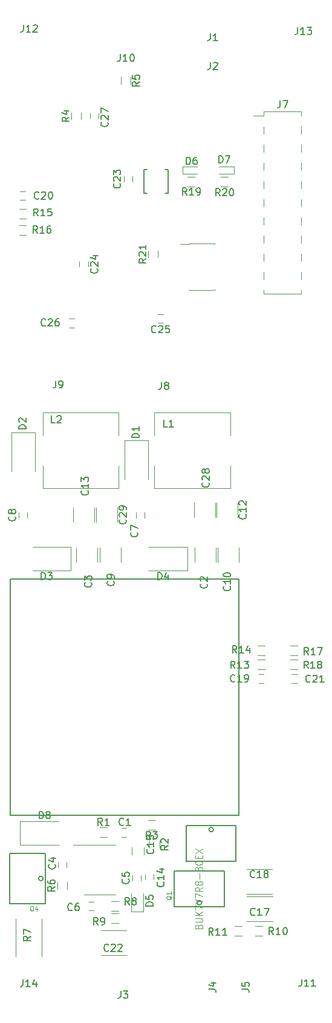
<source format=gbr>
G04 #@! TF.FileFunction,Legend,Top*
%FSLAX46Y46*%
G04 Gerber Fmt 4.6, Leading zero omitted, Abs format (unit mm)*
G04 Created by KiCad (PCBNEW 4.0.6) date 06/16/19 22:14:51*
%MOMM*%
%LPD*%
G01*
G04 APERTURE LIST*
%ADD10C,0.100000*%
%ADD11C,0.120000*%
%ADD12C,0.127000*%
%ADD13C,0.152400*%
%ADD14C,0.150000*%
%ADD15C,0.050000*%
G04 APERTURE END LIST*
D10*
D11*
X85100000Y-157320000D02*
X86100000Y-157320000D01*
X86100000Y-158680000D02*
X85100000Y-158680000D01*
X58700000Y-148400000D02*
X58700000Y-149100000D01*
X57500000Y-149100000D02*
X57500000Y-148400000D01*
X66400000Y-143600000D02*
X67100000Y-143600000D01*
X67100000Y-144800000D02*
X66400000Y-144800000D01*
X61800000Y-153900000D02*
X62500000Y-153900000D01*
X62500000Y-155100000D02*
X61800000Y-155100000D01*
X69600000Y-99500000D02*
X69600000Y-100200000D01*
X68400000Y-100200000D02*
X68400000Y-99500000D01*
X53200000Y-99500000D02*
X53200000Y-100200000D01*
X52000000Y-100200000D02*
X52000000Y-99500000D01*
X70900000Y-150100000D02*
X70900000Y-150800000D01*
X69700000Y-150800000D02*
X69700000Y-150100000D01*
X67850000Y-146300000D02*
X67850000Y-147300000D01*
X69550000Y-147300000D02*
X69550000Y-146300000D01*
X83950000Y-156580000D02*
X87550000Y-156580000D01*
X87550000Y-153120000D02*
X83950000Y-153120000D01*
X83900000Y-152830000D02*
X87500000Y-152830000D01*
X87500000Y-149370000D02*
X83900000Y-149370000D01*
X85600000Y-122100000D02*
X86300000Y-122100000D01*
X86300000Y-123300000D02*
X85600000Y-123300000D01*
X52200000Y-54600000D02*
X52900000Y-54600000D01*
X52900000Y-55800000D02*
X52200000Y-55800000D01*
X90200000Y-122100000D02*
X90900000Y-122100000D01*
X90900000Y-123300000D02*
X90200000Y-123300000D01*
X67750000Y-155250000D02*
X69450000Y-155250000D01*
X69450000Y-155250000D02*
X69450000Y-152700000D01*
X67750000Y-155250000D02*
X67750000Y-152700000D01*
X74900000Y-51100000D02*
X74900000Y-52100000D01*
X74900000Y-52100000D02*
X77000000Y-52100000D01*
X74900000Y-51100000D02*
X77000000Y-51100000D01*
X82100000Y-52100000D02*
X82100000Y-51100000D01*
X82100000Y-51100000D02*
X80000000Y-51100000D01*
X82100000Y-52100000D02*
X80000000Y-52100000D01*
X75885000Y-61905000D02*
X79415000Y-61905000D01*
X75885000Y-68375000D02*
X79415000Y-68375000D01*
X74560000Y-61970000D02*
X75885000Y-61970000D01*
X75885000Y-61905000D02*
X75885000Y-61970000D01*
X79415000Y-61905000D02*
X79415000Y-61970000D01*
X75885000Y-68310000D02*
X75885000Y-68375000D01*
X79415000Y-68310000D02*
X79415000Y-68375000D01*
D12*
X82430000Y-143200000D02*
X82430000Y-148200000D01*
X82430000Y-148200000D02*
X75430000Y-148200000D01*
X75430000Y-148200000D02*
X75430000Y-143200000D01*
X75430000Y-143200000D02*
X82430000Y-143200000D01*
X79247500Y-143795000D02*
G75*
G03X79247500Y-143795000I-317500J0D01*
G01*
D11*
X64350000Y-144880000D02*
X63350000Y-144880000D01*
X63350000Y-143520000D02*
X64350000Y-143520000D01*
X57420000Y-152100000D02*
X57420000Y-151100000D01*
X58780000Y-151100000D02*
X58780000Y-152100000D01*
X51580000Y-161500000D02*
X51580000Y-156300000D01*
X55220000Y-156300000D02*
X55220000Y-161500000D01*
X64950000Y-153820000D02*
X65950000Y-153820000D01*
X65950000Y-155180000D02*
X64950000Y-155180000D01*
X64950000Y-155520000D02*
X65950000Y-155520000D01*
X65950000Y-156880000D02*
X64950000Y-156880000D01*
X82200000Y-157320000D02*
X83200000Y-157320000D01*
X83200000Y-158680000D02*
X82200000Y-158680000D01*
X85450000Y-120020000D02*
X86450000Y-120020000D01*
X86450000Y-121380000D02*
X85450000Y-121380000D01*
X86450000Y-119480000D02*
X85450000Y-119480000D01*
X85450000Y-118120000D02*
X86450000Y-118120000D01*
X53050000Y-58380000D02*
X52050000Y-58380000D01*
X52050000Y-57020000D02*
X53050000Y-57020000D01*
X53050000Y-60680000D02*
X52050000Y-60680000D01*
X52050000Y-59320000D02*
X53050000Y-59320000D01*
X91050000Y-119480000D02*
X90050000Y-119480000D01*
X90050000Y-118120000D02*
X91050000Y-118120000D01*
X90050000Y-120020000D02*
X91050000Y-120020000D01*
X91050000Y-121380000D02*
X90050000Y-121380000D01*
X75650000Y-52520000D02*
X76650000Y-52520000D01*
X76650000Y-53880000D02*
X75650000Y-53880000D01*
X81250000Y-53880000D02*
X80250000Y-53880000D01*
X80250000Y-52520000D02*
X81250000Y-52520000D01*
X61120000Y-152870000D02*
X65580000Y-152870000D01*
X59600000Y-145970000D02*
X65580000Y-145970000D01*
D13*
X69955400Y-51523600D02*
X69523600Y-51523600D01*
X72444600Y-54876400D02*
X72876400Y-54876400D01*
X72876400Y-54876400D02*
X72876400Y-51523600D01*
X72876400Y-51523600D02*
X72444600Y-51523600D01*
X69523600Y-51523600D02*
X69523600Y-54876400D01*
X69523600Y-54876400D02*
X69955400Y-54876400D01*
D11*
X67100000Y-157870000D02*
X63500000Y-157870000D01*
X63500000Y-161330000D02*
X67100000Y-161330000D01*
X67900000Y-52500000D02*
X67900000Y-53200000D01*
X66700000Y-53200000D02*
X66700000Y-52500000D01*
X71480000Y-62850000D02*
X71480000Y-63850000D01*
X70120000Y-63850000D02*
X70120000Y-62850000D01*
X60500000Y-65100000D02*
X60500000Y-64400000D01*
X61700000Y-64400000D02*
X61700000Y-65100000D01*
X71500000Y-71800000D02*
X72200000Y-71800000D01*
X72200000Y-73000000D02*
X71500000Y-73000000D01*
X59750000Y-73600000D02*
X59050000Y-73600000D01*
X59050000Y-72400000D02*
X59750000Y-72400000D01*
X60730000Y-43550000D02*
X60730000Y-44550000D01*
X59370000Y-44550000D02*
X59370000Y-43550000D01*
X63150000Y-43650000D02*
X63150000Y-44350000D01*
X61950000Y-44350000D02*
X61950000Y-43650000D01*
X66320000Y-39600000D02*
X66320000Y-38600000D01*
X67680000Y-38600000D02*
X67680000Y-39600000D01*
X76620000Y-104400000D02*
X76620000Y-106400000D01*
X79580000Y-106400000D02*
X79580000Y-104400000D01*
X60020000Y-104400000D02*
X60020000Y-106400000D01*
X62980000Y-106400000D02*
X62980000Y-104400000D01*
X63320000Y-104400000D02*
X63320000Y-106400000D01*
X66280000Y-106400000D02*
X66280000Y-104400000D01*
X79820000Y-104400000D02*
X79820000Y-106400000D01*
X82780000Y-106400000D02*
X82780000Y-104400000D01*
X81600000Y-92900000D02*
X81600000Y-96100000D01*
X81600000Y-96100000D02*
X71000000Y-96100000D01*
X71000000Y-96100000D02*
X71000000Y-92900000D01*
X71000000Y-88700000D02*
X71000000Y-85500000D01*
X71000000Y-85500000D02*
X81600000Y-85500000D01*
X81600000Y-85500000D02*
X81600000Y-88700000D01*
X65950000Y-92900000D02*
X65950000Y-96100000D01*
X65950000Y-96100000D02*
X55350000Y-96100000D01*
X55350000Y-96100000D02*
X55350000Y-92900000D01*
X55350000Y-88700000D02*
X55350000Y-85500000D01*
X55350000Y-85500000D02*
X65950000Y-85500000D01*
X65950000Y-85500000D02*
X65950000Y-88700000D01*
X70150000Y-89400000D02*
X66850000Y-89400000D01*
X66850000Y-89400000D02*
X66850000Y-94800000D01*
X70150000Y-89400000D02*
X70150000Y-94800000D01*
X54250000Y-88300000D02*
X50950000Y-88300000D01*
X50950000Y-88300000D02*
X50950000Y-93700000D01*
X54250000Y-88300000D02*
X54250000Y-93700000D01*
X59300000Y-107550000D02*
X59300000Y-104250000D01*
X59300000Y-104250000D02*
X53900000Y-104250000D01*
X59300000Y-107550000D02*
X53900000Y-107550000D01*
X75600000Y-107550000D02*
X75600000Y-104250000D01*
X75600000Y-104250000D02*
X70200000Y-104250000D01*
X75600000Y-107550000D02*
X70200000Y-107550000D01*
X82630000Y-100100000D02*
X82630000Y-98100000D01*
X79670000Y-98100000D02*
X79670000Y-100100000D01*
X62580000Y-100800000D02*
X62580000Y-98800000D01*
X59620000Y-98800000D02*
X59620000Y-100800000D01*
X79480000Y-100100000D02*
X79480000Y-98100000D01*
X76520000Y-98100000D02*
X76520000Y-100100000D01*
X65830000Y-100800000D02*
X65830000Y-98800000D01*
X62870000Y-98800000D02*
X62870000Y-100800000D01*
X52200000Y-142650000D02*
X52200000Y-145950000D01*
X52200000Y-145950000D02*
X57600000Y-145950000D01*
X52200000Y-142650000D02*
X57600000Y-142650000D01*
D12*
X55700000Y-154130000D02*
X50700000Y-154130000D01*
X50700000Y-154130000D02*
X50700000Y-147130000D01*
X50700000Y-147130000D02*
X55700000Y-147130000D01*
X55700000Y-147130000D02*
X55700000Y-154130000D01*
X55422500Y-150630000D02*
G75*
G03X55422500Y-150630000I-317500J0D01*
G01*
D11*
X70320000Y-146350000D02*
X70320000Y-145350000D01*
X71680000Y-145350000D02*
X71680000Y-146350000D01*
X69100000Y-150200000D02*
X69100000Y-150900000D01*
X67900000Y-150900000D02*
X67900000Y-150200000D01*
X86325000Y-43410000D02*
X91525000Y-43410000D01*
X86325000Y-68930000D02*
X91525000Y-68930000D01*
X84885000Y-43980000D02*
X86325000Y-43980000D01*
X86325000Y-43410000D02*
X86325000Y-43980000D01*
X91525000Y-43410000D02*
X91525000Y-43980000D01*
X86325000Y-68360000D02*
X86325000Y-68930000D01*
X91525000Y-68360000D02*
X91525000Y-68930000D01*
X86325000Y-45500000D02*
X86325000Y-46520000D01*
X91525000Y-45500000D02*
X91525000Y-46520000D01*
X86325000Y-48040000D02*
X86325000Y-49060000D01*
X91525000Y-48040000D02*
X91525000Y-49060000D01*
X86325000Y-50580000D02*
X86325000Y-51600000D01*
X91525000Y-50580000D02*
X91525000Y-51600000D01*
X86325000Y-53120000D02*
X86325000Y-54140000D01*
X91525000Y-53120000D02*
X91525000Y-54140000D01*
X86325000Y-55660000D02*
X86325000Y-56680000D01*
X91525000Y-55660000D02*
X91525000Y-56680000D01*
X86325000Y-58200000D02*
X86325000Y-59220000D01*
X91525000Y-58200000D02*
X91525000Y-59220000D01*
X86325000Y-60740000D02*
X86325000Y-61760000D01*
X91525000Y-60740000D02*
X91525000Y-61760000D01*
X86325000Y-63280000D02*
X86325000Y-64300000D01*
X91525000Y-63280000D02*
X91525000Y-64300000D01*
X86325000Y-65820000D02*
X86325000Y-66840000D01*
X91525000Y-65820000D02*
X91525000Y-66840000D01*
D12*
X73750000Y-154600000D02*
X73750000Y-149600000D01*
X73750000Y-149600000D02*
X80750000Y-149600000D01*
X80750000Y-149600000D02*
X80750000Y-154600000D01*
X80750000Y-154600000D02*
X73750000Y-154600000D01*
X77567500Y-154005000D02*
G75*
G03X77567500Y-154005000I-317500J0D01*
G01*
D14*
X50800000Y-108800000D02*
X50800000Y-141800000D01*
X82800000Y-108800000D02*
X50800000Y-108800000D01*
X82800000Y-141800000D02*
X82800000Y-108800000D01*
X50800000Y-141800000D02*
X82800000Y-141800000D01*
D11*
X70100000Y-142470000D02*
X71100000Y-142470000D01*
X71100000Y-143830000D02*
X70100000Y-143830000D01*
D14*
X87657143Y-158452381D02*
X87323809Y-157976190D01*
X87085714Y-158452381D02*
X87085714Y-157452381D01*
X87466667Y-157452381D01*
X87561905Y-157500000D01*
X87609524Y-157547619D01*
X87657143Y-157642857D01*
X87657143Y-157785714D01*
X87609524Y-157880952D01*
X87561905Y-157928571D01*
X87466667Y-157976190D01*
X87085714Y-157976190D01*
X88609524Y-158452381D02*
X88038095Y-158452381D01*
X88323809Y-158452381D02*
X88323809Y-157452381D01*
X88228571Y-157595238D01*
X88133333Y-157690476D01*
X88038095Y-157738095D01*
X89228571Y-157452381D02*
X89323810Y-157452381D01*
X89419048Y-157500000D01*
X89466667Y-157547619D01*
X89514286Y-157642857D01*
X89561905Y-157833333D01*
X89561905Y-158071429D01*
X89514286Y-158261905D01*
X89466667Y-158357143D01*
X89419048Y-158404762D01*
X89323810Y-158452381D01*
X89228571Y-158452381D01*
X89133333Y-158404762D01*
X89085714Y-158357143D01*
X89038095Y-158261905D01*
X88990476Y-158071429D01*
X88990476Y-157833333D01*
X89038095Y-157642857D01*
X89085714Y-157547619D01*
X89133333Y-157500000D01*
X89228571Y-157452381D01*
X57057143Y-148666666D02*
X57104762Y-148714285D01*
X57152381Y-148857142D01*
X57152381Y-148952380D01*
X57104762Y-149095238D01*
X57009524Y-149190476D01*
X56914286Y-149238095D01*
X56723810Y-149285714D01*
X56580952Y-149285714D01*
X56390476Y-149238095D01*
X56295238Y-149190476D01*
X56200000Y-149095238D01*
X56152381Y-148952380D01*
X56152381Y-148857142D01*
X56200000Y-148714285D01*
X56247619Y-148666666D01*
X56485714Y-147809523D02*
X57152381Y-147809523D01*
X56104762Y-148047619D02*
X56819048Y-148285714D01*
X56819048Y-147666666D01*
X66683334Y-143107143D02*
X66635715Y-143154762D01*
X66492858Y-143202381D01*
X66397620Y-143202381D01*
X66254762Y-143154762D01*
X66159524Y-143059524D01*
X66111905Y-142964286D01*
X66064286Y-142773810D01*
X66064286Y-142630952D01*
X66111905Y-142440476D01*
X66159524Y-142345238D01*
X66254762Y-142250000D01*
X66397620Y-142202381D01*
X66492858Y-142202381D01*
X66635715Y-142250000D01*
X66683334Y-142297619D01*
X67635715Y-143202381D02*
X67064286Y-143202381D01*
X67350000Y-143202381D02*
X67350000Y-142202381D01*
X67254762Y-142345238D01*
X67159524Y-142440476D01*
X67064286Y-142488095D01*
X59483334Y-155007143D02*
X59435715Y-155054762D01*
X59292858Y-155102381D01*
X59197620Y-155102381D01*
X59054762Y-155054762D01*
X58959524Y-154959524D01*
X58911905Y-154864286D01*
X58864286Y-154673810D01*
X58864286Y-154530952D01*
X58911905Y-154340476D01*
X58959524Y-154245238D01*
X59054762Y-154150000D01*
X59197620Y-154102381D01*
X59292858Y-154102381D01*
X59435715Y-154150000D01*
X59483334Y-154197619D01*
X60340477Y-154102381D02*
X60150000Y-154102381D01*
X60054762Y-154150000D01*
X60007143Y-154197619D01*
X59911905Y-154340476D01*
X59864286Y-154530952D01*
X59864286Y-154911905D01*
X59911905Y-155007143D01*
X59959524Y-155054762D01*
X60054762Y-155102381D01*
X60245239Y-155102381D01*
X60340477Y-155054762D01*
X60388096Y-155007143D01*
X60435715Y-154911905D01*
X60435715Y-154673810D01*
X60388096Y-154578571D01*
X60340477Y-154530952D01*
X60245239Y-154483333D01*
X60054762Y-154483333D01*
X59959524Y-154530952D01*
X59911905Y-154578571D01*
X59864286Y-154673810D01*
X68557143Y-102241666D02*
X68604762Y-102289285D01*
X68652381Y-102432142D01*
X68652381Y-102527380D01*
X68604762Y-102670238D01*
X68509524Y-102765476D01*
X68414286Y-102813095D01*
X68223810Y-102860714D01*
X68080952Y-102860714D01*
X67890476Y-102813095D01*
X67795238Y-102765476D01*
X67700000Y-102670238D01*
X67652381Y-102527380D01*
X67652381Y-102432142D01*
X67700000Y-102289285D01*
X67747619Y-102241666D01*
X67652381Y-101908333D02*
X67652381Y-101241666D01*
X68652381Y-101670238D01*
X51457143Y-100016666D02*
X51504762Y-100064285D01*
X51552381Y-100207142D01*
X51552381Y-100302380D01*
X51504762Y-100445238D01*
X51409524Y-100540476D01*
X51314286Y-100588095D01*
X51123810Y-100635714D01*
X50980952Y-100635714D01*
X50790476Y-100588095D01*
X50695238Y-100540476D01*
X50600000Y-100445238D01*
X50552381Y-100302380D01*
X50552381Y-100207142D01*
X50600000Y-100064285D01*
X50647619Y-100016666D01*
X50980952Y-99445238D02*
X50933333Y-99540476D01*
X50885714Y-99588095D01*
X50790476Y-99635714D01*
X50742857Y-99635714D01*
X50647619Y-99588095D01*
X50600000Y-99540476D01*
X50552381Y-99445238D01*
X50552381Y-99254761D01*
X50600000Y-99159523D01*
X50647619Y-99111904D01*
X50742857Y-99064285D01*
X50790476Y-99064285D01*
X50885714Y-99111904D01*
X50933333Y-99159523D01*
X50980952Y-99254761D01*
X50980952Y-99445238D01*
X51028571Y-99540476D01*
X51076190Y-99588095D01*
X51171429Y-99635714D01*
X51361905Y-99635714D01*
X51457143Y-99588095D01*
X51504762Y-99540476D01*
X51552381Y-99445238D01*
X51552381Y-99254761D01*
X51504762Y-99159523D01*
X51457143Y-99111904D01*
X51361905Y-99064285D01*
X51171429Y-99064285D01*
X51076190Y-99111904D01*
X51028571Y-99159523D01*
X50980952Y-99254761D01*
X72257143Y-151142857D02*
X72304762Y-151190476D01*
X72352381Y-151333333D01*
X72352381Y-151428571D01*
X72304762Y-151571429D01*
X72209524Y-151666667D01*
X72114286Y-151714286D01*
X71923810Y-151761905D01*
X71780952Y-151761905D01*
X71590476Y-151714286D01*
X71495238Y-151666667D01*
X71400000Y-151571429D01*
X71352381Y-151428571D01*
X71352381Y-151333333D01*
X71400000Y-151190476D01*
X71447619Y-151142857D01*
X72352381Y-150190476D02*
X72352381Y-150761905D01*
X72352381Y-150476191D02*
X71352381Y-150476191D01*
X71495238Y-150571429D01*
X71590476Y-150666667D01*
X71638095Y-150761905D01*
X71685714Y-149333333D02*
X72352381Y-149333333D01*
X71304762Y-149571429D02*
X72019048Y-149809524D01*
X72019048Y-149190476D01*
X70807143Y-146542857D02*
X70854762Y-146590476D01*
X70902381Y-146733333D01*
X70902381Y-146828571D01*
X70854762Y-146971429D01*
X70759524Y-147066667D01*
X70664286Y-147114286D01*
X70473810Y-147161905D01*
X70330952Y-147161905D01*
X70140476Y-147114286D01*
X70045238Y-147066667D01*
X69950000Y-146971429D01*
X69902381Y-146828571D01*
X69902381Y-146733333D01*
X69950000Y-146590476D01*
X69997619Y-146542857D01*
X70902381Y-145590476D02*
X70902381Y-146161905D01*
X70902381Y-145876191D02*
X69902381Y-145876191D01*
X70045238Y-145971429D01*
X70140476Y-146066667D01*
X70188095Y-146161905D01*
X69902381Y-144685714D02*
X69902381Y-145161905D01*
X70378571Y-145209524D01*
X70330952Y-145161905D01*
X70283333Y-145066667D01*
X70283333Y-144828571D01*
X70330952Y-144733333D01*
X70378571Y-144685714D01*
X70473810Y-144638095D01*
X70711905Y-144638095D01*
X70807143Y-144685714D01*
X70854762Y-144733333D01*
X70902381Y-144828571D01*
X70902381Y-145066667D01*
X70854762Y-145161905D01*
X70807143Y-145209524D01*
X85057143Y-155707143D02*
X85009524Y-155754762D01*
X84866667Y-155802381D01*
X84771429Y-155802381D01*
X84628571Y-155754762D01*
X84533333Y-155659524D01*
X84485714Y-155564286D01*
X84438095Y-155373810D01*
X84438095Y-155230952D01*
X84485714Y-155040476D01*
X84533333Y-154945238D01*
X84628571Y-154850000D01*
X84771429Y-154802381D01*
X84866667Y-154802381D01*
X85009524Y-154850000D01*
X85057143Y-154897619D01*
X86009524Y-155802381D02*
X85438095Y-155802381D01*
X85723809Y-155802381D02*
X85723809Y-154802381D01*
X85628571Y-154945238D01*
X85533333Y-155040476D01*
X85438095Y-155088095D01*
X86342857Y-154802381D02*
X87009524Y-154802381D01*
X86580952Y-155802381D01*
X85007143Y-150407143D02*
X84959524Y-150454762D01*
X84816667Y-150502381D01*
X84721429Y-150502381D01*
X84578571Y-150454762D01*
X84483333Y-150359524D01*
X84435714Y-150264286D01*
X84388095Y-150073810D01*
X84388095Y-149930952D01*
X84435714Y-149740476D01*
X84483333Y-149645238D01*
X84578571Y-149550000D01*
X84721429Y-149502381D01*
X84816667Y-149502381D01*
X84959524Y-149550000D01*
X85007143Y-149597619D01*
X85959524Y-150502381D02*
X85388095Y-150502381D01*
X85673809Y-150502381D02*
X85673809Y-149502381D01*
X85578571Y-149645238D01*
X85483333Y-149740476D01*
X85388095Y-149788095D01*
X86530952Y-149930952D02*
X86435714Y-149883333D01*
X86388095Y-149835714D01*
X86340476Y-149740476D01*
X86340476Y-149692857D01*
X86388095Y-149597619D01*
X86435714Y-149550000D01*
X86530952Y-149502381D01*
X86721429Y-149502381D01*
X86816667Y-149550000D01*
X86864286Y-149597619D01*
X86911905Y-149692857D01*
X86911905Y-149740476D01*
X86864286Y-149835714D01*
X86816667Y-149883333D01*
X86721429Y-149930952D01*
X86530952Y-149930952D01*
X86435714Y-149978571D01*
X86388095Y-150026190D01*
X86340476Y-150121429D01*
X86340476Y-150311905D01*
X86388095Y-150407143D01*
X86435714Y-150454762D01*
X86530952Y-150502381D01*
X86721429Y-150502381D01*
X86816667Y-150454762D01*
X86864286Y-150407143D01*
X86911905Y-150311905D01*
X86911905Y-150121429D01*
X86864286Y-150026190D01*
X86816667Y-149978571D01*
X86721429Y-149930952D01*
X82257143Y-123057143D02*
X82209524Y-123104762D01*
X82066667Y-123152381D01*
X81971429Y-123152381D01*
X81828571Y-123104762D01*
X81733333Y-123009524D01*
X81685714Y-122914286D01*
X81638095Y-122723810D01*
X81638095Y-122580952D01*
X81685714Y-122390476D01*
X81733333Y-122295238D01*
X81828571Y-122200000D01*
X81971429Y-122152381D01*
X82066667Y-122152381D01*
X82209524Y-122200000D01*
X82257143Y-122247619D01*
X83209524Y-123152381D02*
X82638095Y-123152381D01*
X82923809Y-123152381D02*
X82923809Y-122152381D01*
X82828571Y-122295238D01*
X82733333Y-122390476D01*
X82638095Y-122438095D01*
X83685714Y-123152381D02*
X83876190Y-123152381D01*
X83971429Y-123104762D01*
X84019048Y-123057143D01*
X84114286Y-122914286D01*
X84161905Y-122723810D01*
X84161905Y-122342857D01*
X84114286Y-122247619D01*
X84066667Y-122200000D01*
X83971429Y-122152381D01*
X83780952Y-122152381D01*
X83685714Y-122200000D01*
X83638095Y-122247619D01*
X83590476Y-122342857D01*
X83590476Y-122580952D01*
X83638095Y-122676190D01*
X83685714Y-122723810D01*
X83780952Y-122771429D01*
X83971429Y-122771429D01*
X84066667Y-122723810D01*
X84114286Y-122676190D01*
X84161905Y-122580952D01*
X54807143Y-55557143D02*
X54759524Y-55604762D01*
X54616667Y-55652381D01*
X54521429Y-55652381D01*
X54378571Y-55604762D01*
X54283333Y-55509524D01*
X54235714Y-55414286D01*
X54188095Y-55223810D01*
X54188095Y-55080952D01*
X54235714Y-54890476D01*
X54283333Y-54795238D01*
X54378571Y-54700000D01*
X54521429Y-54652381D01*
X54616667Y-54652381D01*
X54759524Y-54700000D01*
X54807143Y-54747619D01*
X55188095Y-54747619D02*
X55235714Y-54700000D01*
X55330952Y-54652381D01*
X55569048Y-54652381D01*
X55664286Y-54700000D01*
X55711905Y-54747619D01*
X55759524Y-54842857D01*
X55759524Y-54938095D01*
X55711905Y-55080952D01*
X55140476Y-55652381D01*
X55759524Y-55652381D01*
X56378571Y-54652381D02*
X56473810Y-54652381D01*
X56569048Y-54700000D01*
X56616667Y-54747619D01*
X56664286Y-54842857D01*
X56711905Y-55033333D01*
X56711905Y-55271429D01*
X56664286Y-55461905D01*
X56616667Y-55557143D01*
X56569048Y-55604762D01*
X56473810Y-55652381D01*
X56378571Y-55652381D01*
X56283333Y-55604762D01*
X56235714Y-55557143D01*
X56188095Y-55461905D01*
X56140476Y-55271429D01*
X56140476Y-55033333D01*
X56188095Y-54842857D01*
X56235714Y-54747619D01*
X56283333Y-54700000D01*
X56378571Y-54652381D01*
X92807143Y-123107143D02*
X92759524Y-123154762D01*
X92616667Y-123202381D01*
X92521429Y-123202381D01*
X92378571Y-123154762D01*
X92283333Y-123059524D01*
X92235714Y-122964286D01*
X92188095Y-122773810D01*
X92188095Y-122630952D01*
X92235714Y-122440476D01*
X92283333Y-122345238D01*
X92378571Y-122250000D01*
X92521429Y-122202381D01*
X92616667Y-122202381D01*
X92759524Y-122250000D01*
X92807143Y-122297619D01*
X93188095Y-122297619D02*
X93235714Y-122250000D01*
X93330952Y-122202381D01*
X93569048Y-122202381D01*
X93664286Y-122250000D01*
X93711905Y-122297619D01*
X93759524Y-122392857D01*
X93759524Y-122488095D01*
X93711905Y-122630952D01*
X93140476Y-123202381D01*
X93759524Y-123202381D01*
X94711905Y-123202381D02*
X94140476Y-123202381D01*
X94426190Y-123202381D02*
X94426190Y-122202381D01*
X94330952Y-122345238D01*
X94235714Y-122440476D01*
X94140476Y-122488095D01*
X70802381Y-154488095D02*
X69802381Y-154488095D01*
X69802381Y-154250000D01*
X69850000Y-154107142D01*
X69945238Y-154011904D01*
X70040476Y-153964285D01*
X70230952Y-153916666D01*
X70373810Y-153916666D01*
X70564286Y-153964285D01*
X70659524Y-154011904D01*
X70754762Y-154107142D01*
X70802381Y-154250000D01*
X70802381Y-154488095D01*
X69802381Y-153011904D02*
X69802381Y-153488095D01*
X70278571Y-153535714D01*
X70230952Y-153488095D01*
X70183333Y-153392857D01*
X70183333Y-153154761D01*
X70230952Y-153059523D01*
X70278571Y-153011904D01*
X70373810Y-152964285D01*
X70611905Y-152964285D01*
X70707143Y-153011904D01*
X70754762Y-153059523D01*
X70802381Y-153154761D01*
X70802381Y-153392857D01*
X70754762Y-153488095D01*
X70707143Y-153535714D01*
X75461905Y-50802381D02*
X75461905Y-49802381D01*
X75700000Y-49802381D01*
X75842858Y-49850000D01*
X75938096Y-49945238D01*
X75985715Y-50040476D01*
X76033334Y-50230952D01*
X76033334Y-50373810D01*
X75985715Y-50564286D01*
X75938096Y-50659524D01*
X75842858Y-50754762D01*
X75700000Y-50802381D01*
X75461905Y-50802381D01*
X76890477Y-49802381D02*
X76700000Y-49802381D01*
X76604762Y-49850000D01*
X76557143Y-49897619D01*
X76461905Y-50040476D01*
X76414286Y-50230952D01*
X76414286Y-50611905D01*
X76461905Y-50707143D01*
X76509524Y-50754762D01*
X76604762Y-50802381D01*
X76795239Y-50802381D01*
X76890477Y-50754762D01*
X76938096Y-50707143D01*
X76985715Y-50611905D01*
X76985715Y-50373810D01*
X76938096Y-50278571D01*
X76890477Y-50230952D01*
X76795239Y-50183333D01*
X76604762Y-50183333D01*
X76509524Y-50230952D01*
X76461905Y-50278571D01*
X76414286Y-50373810D01*
X80011905Y-50602381D02*
X80011905Y-49602381D01*
X80250000Y-49602381D01*
X80392858Y-49650000D01*
X80488096Y-49745238D01*
X80535715Y-49840476D01*
X80583334Y-50030952D01*
X80583334Y-50173810D01*
X80535715Y-50364286D01*
X80488096Y-50459524D01*
X80392858Y-50554762D01*
X80250000Y-50602381D01*
X80011905Y-50602381D01*
X80916667Y-49602381D02*
X81583334Y-49602381D01*
X81154762Y-50602381D01*
X63683334Y-143202381D02*
X63350000Y-142726190D01*
X63111905Y-143202381D02*
X63111905Y-142202381D01*
X63492858Y-142202381D01*
X63588096Y-142250000D01*
X63635715Y-142297619D01*
X63683334Y-142392857D01*
X63683334Y-142535714D01*
X63635715Y-142630952D01*
X63588096Y-142678571D01*
X63492858Y-142726190D01*
X63111905Y-142726190D01*
X64635715Y-143202381D02*
X64064286Y-143202381D01*
X64350000Y-143202381D02*
X64350000Y-142202381D01*
X64254762Y-142345238D01*
X64159524Y-142440476D01*
X64064286Y-142488095D01*
X57052381Y-151766666D02*
X56576190Y-152100000D01*
X57052381Y-152338095D02*
X56052381Y-152338095D01*
X56052381Y-151957142D01*
X56100000Y-151861904D01*
X56147619Y-151814285D01*
X56242857Y-151766666D01*
X56385714Y-151766666D01*
X56480952Y-151814285D01*
X56528571Y-151861904D01*
X56576190Y-151957142D01*
X56576190Y-152338095D01*
X56052381Y-150909523D02*
X56052381Y-151100000D01*
X56100000Y-151195238D01*
X56147619Y-151242857D01*
X56290476Y-151338095D01*
X56480952Y-151385714D01*
X56861905Y-151385714D01*
X56957143Y-151338095D01*
X57004762Y-151290476D01*
X57052381Y-151195238D01*
X57052381Y-151004761D01*
X57004762Y-150909523D01*
X56957143Y-150861904D01*
X56861905Y-150814285D01*
X56623810Y-150814285D01*
X56528571Y-150861904D01*
X56480952Y-150909523D01*
X56433333Y-151004761D01*
X56433333Y-151195238D01*
X56480952Y-151290476D01*
X56528571Y-151338095D01*
X56623810Y-151385714D01*
X53652381Y-158716666D02*
X53176190Y-159050000D01*
X53652381Y-159288095D02*
X52652381Y-159288095D01*
X52652381Y-158907142D01*
X52700000Y-158811904D01*
X52747619Y-158764285D01*
X52842857Y-158716666D01*
X52985714Y-158716666D01*
X53080952Y-158764285D01*
X53128571Y-158811904D01*
X53176190Y-158907142D01*
X53176190Y-159288095D01*
X52652381Y-158383333D02*
X52652381Y-157716666D01*
X53652381Y-158145238D01*
X67483334Y-154302381D02*
X67150000Y-153826190D01*
X66911905Y-154302381D02*
X66911905Y-153302381D01*
X67292858Y-153302381D01*
X67388096Y-153350000D01*
X67435715Y-153397619D01*
X67483334Y-153492857D01*
X67483334Y-153635714D01*
X67435715Y-153730952D01*
X67388096Y-153778571D01*
X67292858Y-153826190D01*
X66911905Y-153826190D01*
X68054762Y-153730952D02*
X67959524Y-153683333D01*
X67911905Y-153635714D01*
X67864286Y-153540476D01*
X67864286Y-153492857D01*
X67911905Y-153397619D01*
X67959524Y-153350000D01*
X68054762Y-153302381D01*
X68245239Y-153302381D01*
X68340477Y-153350000D01*
X68388096Y-153397619D01*
X68435715Y-153492857D01*
X68435715Y-153540476D01*
X68388096Y-153635714D01*
X68340477Y-153683333D01*
X68245239Y-153730952D01*
X68054762Y-153730952D01*
X67959524Y-153778571D01*
X67911905Y-153826190D01*
X67864286Y-153921429D01*
X67864286Y-154111905D01*
X67911905Y-154207143D01*
X67959524Y-154254762D01*
X68054762Y-154302381D01*
X68245239Y-154302381D01*
X68340477Y-154254762D01*
X68388096Y-154207143D01*
X68435715Y-154111905D01*
X68435715Y-153921429D01*
X68388096Y-153826190D01*
X68340477Y-153778571D01*
X68245239Y-153730952D01*
X63083334Y-157102381D02*
X62750000Y-156626190D01*
X62511905Y-157102381D02*
X62511905Y-156102381D01*
X62892858Y-156102381D01*
X62988096Y-156150000D01*
X63035715Y-156197619D01*
X63083334Y-156292857D01*
X63083334Y-156435714D01*
X63035715Y-156530952D01*
X62988096Y-156578571D01*
X62892858Y-156626190D01*
X62511905Y-156626190D01*
X63559524Y-157102381D02*
X63750000Y-157102381D01*
X63845239Y-157054762D01*
X63892858Y-157007143D01*
X63988096Y-156864286D01*
X64035715Y-156673810D01*
X64035715Y-156292857D01*
X63988096Y-156197619D01*
X63940477Y-156150000D01*
X63845239Y-156102381D01*
X63654762Y-156102381D01*
X63559524Y-156150000D01*
X63511905Y-156197619D01*
X63464286Y-156292857D01*
X63464286Y-156530952D01*
X63511905Y-156626190D01*
X63559524Y-156673810D01*
X63654762Y-156721429D01*
X63845239Y-156721429D01*
X63940477Y-156673810D01*
X63988096Y-156626190D01*
X64035715Y-156530952D01*
X79207143Y-158552381D02*
X78873809Y-158076190D01*
X78635714Y-158552381D02*
X78635714Y-157552381D01*
X79016667Y-157552381D01*
X79111905Y-157600000D01*
X79159524Y-157647619D01*
X79207143Y-157742857D01*
X79207143Y-157885714D01*
X79159524Y-157980952D01*
X79111905Y-158028571D01*
X79016667Y-158076190D01*
X78635714Y-158076190D01*
X80159524Y-158552381D02*
X79588095Y-158552381D01*
X79873809Y-158552381D02*
X79873809Y-157552381D01*
X79778571Y-157695238D01*
X79683333Y-157790476D01*
X79588095Y-157838095D01*
X81111905Y-158552381D02*
X80540476Y-158552381D01*
X80826190Y-158552381D02*
X80826190Y-157552381D01*
X80730952Y-157695238D01*
X80635714Y-157790476D01*
X80540476Y-157838095D01*
X82257143Y-121252381D02*
X81923809Y-120776190D01*
X81685714Y-121252381D02*
X81685714Y-120252381D01*
X82066667Y-120252381D01*
X82161905Y-120300000D01*
X82209524Y-120347619D01*
X82257143Y-120442857D01*
X82257143Y-120585714D01*
X82209524Y-120680952D01*
X82161905Y-120728571D01*
X82066667Y-120776190D01*
X81685714Y-120776190D01*
X83209524Y-121252381D02*
X82638095Y-121252381D01*
X82923809Y-121252381D02*
X82923809Y-120252381D01*
X82828571Y-120395238D01*
X82733333Y-120490476D01*
X82638095Y-120538095D01*
X83542857Y-120252381D02*
X84161905Y-120252381D01*
X83828571Y-120633333D01*
X83971429Y-120633333D01*
X84066667Y-120680952D01*
X84114286Y-120728571D01*
X84161905Y-120823810D01*
X84161905Y-121061905D01*
X84114286Y-121157143D01*
X84066667Y-121204762D01*
X83971429Y-121252381D01*
X83685714Y-121252381D01*
X83590476Y-121204762D01*
X83542857Y-121157143D01*
X82507143Y-119102381D02*
X82173809Y-118626190D01*
X81935714Y-119102381D02*
X81935714Y-118102381D01*
X82316667Y-118102381D01*
X82411905Y-118150000D01*
X82459524Y-118197619D01*
X82507143Y-118292857D01*
X82507143Y-118435714D01*
X82459524Y-118530952D01*
X82411905Y-118578571D01*
X82316667Y-118626190D01*
X81935714Y-118626190D01*
X83459524Y-119102381D02*
X82888095Y-119102381D01*
X83173809Y-119102381D02*
X83173809Y-118102381D01*
X83078571Y-118245238D01*
X82983333Y-118340476D01*
X82888095Y-118388095D01*
X84316667Y-118435714D02*
X84316667Y-119102381D01*
X84078571Y-118054762D02*
X83840476Y-118769048D01*
X84459524Y-118769048D01*
X54707143Y-58002381D02*
X54373809Y-57526190D01*
X54135714Y-58002381D02*
X54135714Y-57002381D01*
X54516667Y-57002381D01*
X54611905Y-57050000D01*
X54659524Y-57097619D01*
X54707143Y-57192857D01*
X54707143Y-57335714D01*
X54659524Y-57430952D01*
X54611905Y-57478571D01*
X54516667Y-57526190D01*
X54135714Y-57526190D01*
X55659524Y-58002381D02*
X55088095Y-58002381D01*
X55373809Y-58002381D02*
X55373809Y-57002381D01*
X55278571Y-57145238D01*
X55183333Y-57240476D01*
X55088095Y-57288095D01*
X56564286Y-57002381D02*
X56088095Y-57002381D01*
X56040476Y-57478571D01*
X56088095Y-57430952D01*
X56183333Y-57383333D01*
X56421429Y-57383333D01*
X56516667Y-57430952D01*
X56564286Y-57478571D01*
X56611905Y-57573810D01*
X56611905Y-57811905D01*
X56564286Y-57907143D01*
X56516667Y-57954762D01*
X56421429Y-58002381D01*
X56183333Y-58002381D01*
X56088095Y-57954762D01*
X56040476Y-57907143D01*
X54607143Y-60402381D02*
X54273809Y-59926190D01*
X54035714Y-60402381D02*
X54035714Y-59402381D01*
X54416667Y-59402381D01*
X54511905Y-59450000D01*
X54559524Y-59497619D01*
X54607143Y-59592857D01*
X54607143Y-59735714D01*
X54559524Y-59830952D01*
X54511905Y-59878571D01*
X54416667Y-59926190D01*
X54035714Y-59926190D01*
X55559524Y-60402381D02*
X54988095Y-60402381D01*
X55273809Y-60402381D02*
X55273809Y-59402381D01*
X55178571Y-59545238D01*
X55083333Y-59640476D01*
X54988095Y-59688095D01*
X56416667Y-59402381D02*
X56226190Y-59402381D01*
X56130952Y-59450000D01*
X56083333Y-59497619D01*
X55988095Y-59640476D01*
X55940476Y-59830952D01*
X55940476Y-60211905D01*
X55988095Y-60307143D01*
X56035714Y-60354762D01*
X56130952Y-60402381D01*
X56321429Y-60402381D01*
X56416667Y-60354762D01*
X56464286Y-60307143D01*
X56511905Y-60211905D01*
X56511905Y-59973810D01*
X56464286Y-59878571D01*
X56416667Y-59830952D01*
X56321429Y-59783333D01*
X56130952Y-59783333D01*
X56035714Y-59830952D01*
X55988095Y-59878571D01*
X55940476Y-59973810D01*
X92557143Y-119352381D02*
X92223809Y-118876190D01*
X91985714Y-119352381D02*
X91985714Y-118352381D01*
X92366667Y-118352381D01*
X92461905Y-118400000D01*
X92509524Y-118447619D01*
X92557143Y-118542857D01*
X92557143Y-118685714D01*
X92509524Y-118780952D01*
X92461905Y-118828571D01*
X92366667Y-118876190D01*
X91985714Y-118876190D01*
X93509524Y-119352381D02*
X92938095Y-119352381D01*
X93223809Y-119352381D02*
X93223809Y-118352381D01*
X93128571Y-118495238D01*
X93033333Y-118590476D01*
X92938095Y-118638095D01*
X93842857Y-118352381D02*
X94509524Y-118352381D01*
X94080952Y-119352381D01*
X92507143Y-121252381D02*
X92173809Y-120776190D01*
X91935714Y-121252381D02*
X91935714Y-120252381D01*
X92316667Y-120252381D01*
X92411905Y-120300000D01*
X92459524Y-120347619D01*
X92507143Y-120442857D01*
X92507143Y-120585714D01*
X92459524Y-120680952D01*
X92411905Y-120728571D01*
X92316667Y-120776190D01*
X91935714Y-120776190D01*
X93459524Y-121252381D02*
X92888095Y-121252381D01*
X93173809Y-121252381D02*
X93173809Y-120252381D01*
X93078571Y-120395238D01*
X92983333Y-120490476D01*
X92888095Y-120538095D01*
X94030952Y-120680952D02*
X93935714Y-120633333D01*
X93888095Y-120585714D01*
X93840476Y-120490476D01*
X93840476Y-120442857D01*
X93888095Y-120347619D01*
X93935714Y-120300000D01*
X94030952Y-120252381D01*
X94221429Y-120252381D01*
X94316667Y-120300000D01*
X94364286Y-120347619D01*
X94411905Y-120442857D01*
X94411905Y-120490476D01*
X94364286Y-120585714D01*
X94316667Y-120633333D01*
X94221429Y-120680952D01*
X94030952Y-120680952D01*
X93935714Y-120728571D01*
X93888095Y-120776190D01*
X93840476Y-120871429D01*
X93840476Y-121061905D01*
X93888095Y-121157143D01*
X93935714Y-121204762D01*
X94030952Y-121252381D01*
X94221429Y-121252381D01*
X94316667Y-121204762D01*
X94364286Y-121157143D01*
X94411905Y-121061905D01*
X94411905Y-120871429D01*
X94364286Y-120776190D01*
X94316667Y-120728571D01*
X94221429Y-120680952D01*
X75507143Y-55102381D02*
X75173809Y-54626190D01*
X74935714Y-55102381D02*
X74935714Y-54102381D01*
X75316667Y-54102381D01*
X75411905Y-54150000D01*
X75459524Y-54197619D01*
X75507143Y-54292857D01*
X75507143Y-54435714D01*
X75459524Y-54530952D01*
X75411905Y-54578571D01*
X75316667Y-54626190D01*
X74935714Y-54626190D01*
X76459524Y-55102381D02*
X75888095Y-55102381D01*
X76173809Y-55102381D02*
X76173809Y-54102381D01*
X76078571Y-54245238D01*
X75983333Y-54340476D01*
X75888095Y-54388095D01*
X76935714Y-55102381D02*
X77126190Y-55102381D01*
X77221429Y-55054762D01*
X77269048Y-55007143D01*
X77364286Y-54864286D01*
X77411905Y-54673810D01*
X77411905Y-54292857D01*
X77364286Y-54197619D01*
X77316667Y-54150000D01*
X77221429Y-54102381D01*
X77030952Y-54102381D01*
X76935714Y-54150000D01*
X76888095Y-54197619D01*
X76840476Y-54292857D01*
X76840476Y-54530952D01*
X76888095Y-54626190D01*
X76935714Y-54673810D01*
X77030952Y-54721429D01*
X77221429Y-54721429D01*
X77316667Y-54673810D01*
X77364286Y-54626190D01*
X77411905Y-54530952D01*
X80157143Y-55202381D02*
X79823809Y-54726190D01*
X79585714Y-55202381D02*
X79585714Y-54202381D01*
X79966667Y-54202381D01*
X80061905Y-54250000D01*
X80109524Y-54297619D01*
X80157143Y-54392857D01*
X80157143Y-54535714D01*
X80109524Y-54630952D01*
X80061905Y-54678571D01*
X79966667Y-54726190D01*
X79585714Y-54726190D01*
X80538095Y-54297619D02*
X80585714Y-54250000D01*
X80680952Y-54202381D01*
X80919048Y-54202381D01*
X81014286Y-54250000D01*
X81061905Y-54297619D01*
X81109524Y-54392857D01*
X81109524Y-54488095D01*
X81061905Y-54630952D01*
X80490476Y-55202381D01*
X81109524Y-55202381D01*
X81728571Y-54202381D02*
X81823810Y-54202381D01*
X81919048Y-54250000D01*
X81966667Y-54297619D01*
X82014286Y-54392857D01*
X82061905Y-54583333D01*
X82061905Y-54821429D01*
X82014286Y-55011905D01*
X81966667Y-55107143D01*
X81919048Y-55154762D01*
X81823810Y-55202381D01*
X81728571Y-55202381D01*
X81633333Y-55154762D01*
X81585714Y-55107143D01*
X81538095Y-55011905D01*
X81490476Y-54821429D01*
X81490476Y-54583333D01*
X81538095Y-54392857D01*
X81585714Y-54297619D01*
X81633333Y-54250000D01*
X81728571Y-54202381D01*
X64557143Y-160707143D02*
X64509524Y-160754762D01*
X64366667Y-160802381D01*
X64271429Y-160802381D01*
X64128571Y-160754762D01*
X64033333Y-160659524D01*
X63985714Y-160564286D01*
X63938095Y-160373810D01*
X63938095Y-160230952D01*
X63985714Y-160040476D01*
X64033333Y-159945238D01*
X64128571Y-159850000D01*
X64271429Y-159802381D01*
X64366667Y-159802381D01*
X64509524Y-159850000D01*
X64557143Y-159897619D01*
X64938095Y-159897619D02*
X64985714Y-159850000D01*
X65080952Y-159802381D01*
X65319048Y-159802381D01*
X65414286Y-159850000D01*
X65461905Y-159897619D01*
X65509524Y-159992857D01*
X65509524Y-160088095D01*
X65461905Y-160230952D01*
X64890476Y-160802381D01*
X65509524Y-160802381D01*
X65890476Y-159897619D02*
X65938095Y-159850000D01*
X66033333Y-159802381D01*
X66271429Y-159802381D01*
X66366667Y-159850000D01*
X66414286Y-159897619D01*
X66461905Y-159992857D01*
X66461905Y-160088095D01*
X66414286Y-160230952D01*
X65842857Y-160802381D01*
X66461905Y-160802381D01*
X66157143Y-53492857D02*
X66204762Y-53540476D01*
X66252381Y-53683333D01*
X66252381Y-53778571D01*
X66204762Y-53921429D01*
X66109524Y-54016667D01*
X66014286Y-54064286D01*
X65823810Y-54111905D01*
X65680952Y-54111905D01*
X65490476Y-54064286D01*
X65395238Y-54016667D01*
X65300000Y-53921429D01*
X65252381Y-53778571D01*
X65252381Y-53683333D01*
X65300000Y-53540476D01*
X65347619Y-53492857D01*
X65347619Y-53111905D02*
X65300000Y-53064286D01*
X65252381Y-52969048D01*
X65252381Y-52730952D01*
X65300000Y-52635714D01*
X65347619Y-52588095D01*
X65442857Y-52540476D01*
X65538095Y-52540476D01*
X65680952Y-52588095D01*
X66252381Y-53159524D01*
X66252381Y-52540476D01*
X65252381Y-52207143D02*
X65252381Y-51588095D01*
X65633333Y-51921429D01*
X65633333Y-51778571D01*
X65680952Y-51683333D01*
X65728571Y-51635714D01*
X65823810Y-51588095D01*
X66061905Y-51588095D01*
X66157143Y-51635714D01*
X66204762Y-51683333D01*
X66252381Y-51778571D01*
X66252381Y-52064286D01*
X66204762Y-52159524D01*
X66157143Y-52207143D01*
X69802381Y-63992857D02*
X69326190Y-64326191D01*
X69802381Y-64564286D02*
X68802381Y-64564286D01*
X68802381Y-64183333D01*
X68850000Y-64088095D01*
X68897619Y-64040476D01*
X68992857Y-63992857D01*
X69135714Y-63992857D01*
X69230952Y-64040476D01*
X69278571Y-64088095D01*
X69326190Y-64183333D01*
X69326190Y-64564286D01*
X68897619Y-63611905D02*
X68850000Y-63564286D01*
X68802381Y-63469048D01*
X68802381Y-63230952D01*
X68850000Y-63135714D01*
X68897619Y-63088095D01*
X68992857Y-63040476D01*
X69088095Y-63040476D01*
X69230952Y-63088095D01*
X69802381Y-63659524D01*
X69802381Y-63040476D01*
X69802381Y-62088095D02*
X69802381Y-62659524D01*
X69802381Y-62373810D02*
X68802381Y-62373810D01*
X68945238Y-62469048D01*
X69040476Y-62564286D01*
X69088095Y-62659524D01*
X62957143Y-65392857D02*
X63004762Y-65440476D01*
X63052381Y-65583333D01*
X63052381Y-65678571D01*
X63004762Y-65821429D01*
X62909524Y-65916667D01*
X62814286Y-65964286D01*
X62623810Y-66011905D01*
X62480952Y-66011905D01*
X62290476Y-65964286D01*
X62195238Y-65916667D01*
X62100000Y-65821429D01*
X62052381Y-65678571D01*
X62052381Y-65583333D01*
X62100000Y-65440476D01*
X62147619Y-65392857D01*
X62147619Y-65011905D02*
X62100000Y-64964286D01*
X62052381Y-64869048D01*
X62052381Y-64630952D01*
X62100000Y-64535714D01*
X62147619Y-64488095D01*
X62242857Y-64440476D01*
X62338095Y-64440476D01*
X62480952Y-64488095D01*
X63052381Y-65059524D01*
X63052381Y-64440476D01*
X62385714Y-63583333D02*
X63052381Y-63583333D01*
X62004762Y-63821429D02*
X62719048Y-64059524D01*
X62719048Y-63440476D01*
X71207143Y-74257143D02*
X71159524Y-74304762D01*
X71016667Y-74352381D01*
X70921429Y-74352381D01*
X70778571Y-74304762D01*
X70683333Y-74209524D01*
X70635714Y-74114286D01*
X70588095Y-73923810D01*
X70588095Y-73780952D01*
X70635714Y-73590476D01*
X70683333Y-73495238D01*
X70778571Y-73400000D01*
X70921429Y-73352381D01*
X71016667Y-73352381D01*
X71159524Y-73400000D01*
X71207143Y-73447619D01*
X71588095Y-73447619D02*
X71635714Y-73400000D01*
X71730952Y-73352381D01*
X71969048Y-73352381D01*
X72064286Y-73400000D01*
X72111905Y-73447619D01*
X72159524Y-73542857D01*
X72159524Y-73638095D01*
X72111905Y-73780952D01*
X71540476Y-74352381D01*
X72159524Y-74352381D01*
X73064286Y-73352381D02*
X72588095Y-73352381D01*
X72540476Y-73828571D01*
X72588095Y-73780952D01*
X72683333Y-73733333D01*
X72921429Y-73733333D01*
X73016667Y-73780952D01*
X73064286Y-73828571D01*
X73111905Y-73923810D01*
X73111905Y-74161905D01*
X73064286Y-74257143D01*
X73016667Y-74304762D01*
X72921429Y-74352381D01*
X72683333Y-74352381D01*
X72588095Y-74304762D01*
X72540476Y-74257143D01*
X55757143Y-73307143D02*
X55709524Y-73354762D01*
X55566667Y-73402381D01*
X55471429Y-73402381D01*
X55328571Y-73354762D01*
X55233333Y-73259524D01*
X55185714Y-73164286D01*
X55138095Y-72973810D01*
X55138095Y-72830952D01*
X55185714Y-72640476D01*
X55233333Y-72545238D01*
X55328571Y-72450000D01*
X55471429Y-72402381D01*
X55566667Y-72402381D01*
X55709524Y-72450000D01*
X55757143Y-72497619D01*
X56138095Y-72497619D02*
X56185714Y-72450000D01*
X56280952Y-72402381D01*
X56519048Y-72402381D01*
X56614286Y-72450000D01*
X56661905Y-72497619D01*
X56709524Y-72592857D01*
X56709524Y-72688095D01*
X56661905Y-72830952D01*
X56090476Y-73402381D01*
X56709524Y-73402381D01*
X57566667Y-72402381D02*
X57376190Y-72402381D01*
X57280952Y-72450000D01*
X57233333Y-72497619D01*
X57138095Y-72640476D01*
X57090476Y-72830952D01*
X57090476Y-73211905D01*
X57138095Y-73307143D01*
X57185714Y-73354762D01*
X57280952Y-73402381D01*
X57471429Y-73402381D01*
X57566667Y-73354762D01*
X57614286Y-73307143D01*
X57661905Y-73211905D01*
X57661905Y-72973810D01*
X57614286Y-72878571D01*
X57566667Y-72830952D01*
X57471429Y-72783333D01*
X57280952Y-72783333D01*
X57185714Y-72830952D01*
X57138095Y-72878571D01*
X57090476Y-72973810D01*
X59052381Y-44216666D02*
X58576190Y-44550000D01*
X59052381Y-44788095D02*
X58052381Y-44788095D01*
X58052381Y-44407142D01*
X58100000Y-44311904D01*
X58147619Y-44264285D01*
X58242857Y-44216666D01*
X58385714Y-44216666D01*
X58480952Y-44264285D01*
X58528571Y-44311904D01*
X58576190Y-44407142D01*
X58576190Y-44788095D01*
X58385714Y-43359523D02*
X59052381Y-43359523D01*
X58004762Y-43597619D02*
X58719048Y-43835714D01*
X58719048Y-43216666D01*
X64407143Y-44892857D02*
X64454762Y-44940476D01*
X64502381Y-45083333D01*
X64502381Y-45178571D01*
X64454762Y-45321429D01*
X64359524Y-45416667D01*
X64264286Y-45464286D01*
X64073810Y-45511905D01*
X63930952Y-45511905D01*
X63740476Y-45464286D01*
X63645238Y-45416667D01*
X63550000Y-45321429D01*
X63502381Y-45178571D01*
X63502381Y-45083333D01*
X63550000Y-44940476D01*
X63597619Y-44892857D01*
X63597619Y-44511905D02*
X63550000Y-44464286D01*
X63502381Y-44369048D01*
X63502381Y-44130952D01*
X63550000Y-44035714D01*
X63597619Y-43988095D01*
X63692857Y-43940476D01*
X63788095Y-43940476D01*
X63930952Y-43988095D01*
X64502381Y-44559524D01*
X64502381Y-43940476D01*
X63502381Y-43607143D02*
X63502381Y-42940476D01*
X64502381Y-43369048D01*
X68902381Y-39266666D02*
X68426190Y-39600000D01*
X68902381Y-39838095D02*
X67902381Y-39838095D01*
X67902381Y-39457142D01*
X67950000Y-39361904D01*
X67997619Y-39314285D01*
X68092857Y-39266666D01*
X68235714Y-39266666D01*
X68330952Y-39314285D01*
X68378571Y-39361904D01*
X68426190Y-39457142D01*
X68426190Y-39838095D01*
X67902381Y-38361904D02*
X67902381Y-38838095D01*
X68378571Y-38885714D01*
X68330952Y-38838095D01*
X68283333Y-38742857D01*
X68283333Y-38504761D01*
X68330952Y-38409523D01*
X68378571Y-38361904D01*
X68473810Y-38314285D01*
X68711905Y-38314285D01*
X68807143Y-38361904D01*
X68854762Y-38409523D01*
X68902381Y-38504761D01*
X68902381Y-38742857D01*
X68854762Y-38838095D01*
X68807143Y-38885714D01*
X78307143Y-109416666D02*
X78354762Y-109464285D01*
X78402381Y-109607142D01*
X78402381Y-109702380D01*
X78354762Y-109845238D01*
X78259524Y-109940476D01*
X78164286Y-109988095D01*
X77973810Y-110035714D01*
X77830952Y-110035714D01*
X77640476Y-109988095D01*
X77545238Y-109940476D01*
X77450000Y-109845238D01*
X77402381Y-109702380D01*
X77402381Y-109607142D01*
X77450000Y-109464285D01*
X77497619Y-109416666D01*
X77497619Y-109035714D02*
X77450000Y-108988095D01*
X77402381Y-108892857D01*
X77402381Y-108654761D01*
X77450000Y-108559523D01*
X77497619Y-108511904D01*
X77592857Y-108464285D01*
X77688095Y-108464285D01*
X77830952Y-108511904D01*
X78402381Y-109083333D01*
X78402381Y-108464285D01*
X62107143Y-109266666D02*
X62154762Y-109314285D01*
X62202381Y-109457142D01*
X62202381Y-109552380D01*
X62154762Y-109695238D01*
X62059524Y-109790476D01*
X61964286Y-109838095D01*
X61773810Y-109885714D01*
X61630952Y-109885714D01*
X61440476Y-109838095D01*
X61345238Y-109790476D01*
X61250000Y-109695238D01*
X61202381Y-109552380D01*
X61202381Y-109457142D01*
X61250000Y-109314285D01*
X61297619Y-109266666D01*
X61202381Y-108933333D02*
X61202381Y-108314285D01*
X61583333Y-108647619D01*
X61583333Y-108504761D01*
X61630952Y-108409523D01*
X61678571Y-108361904D01*
X61773810Y-108314285D01*
X62011905Y-108314285D01*
X62107143Y-108361904D01*
X62154762Y-108409523D01*
X62202381Y-108504761D01*
X62202381Y-108790476D01*
X62154762Y-108885714D01*
X62107143Y-108933333D01*
X65257143Y-109066666D02*
X65304762Y-109114285D01*
X65352381Y-109257142D01*
X65352381Y-109352380D01*
X65304762Y-109495238D01*
X65209524Y-109590476D01*
X65114286Y-109638095D01*
X64923810Y-109685714D01*
X64780952Y-109685714D01*
X64590476Y-109638095D01*
X64495238Y-109590476D01*
X64400000Y-109495238D01*
X64352381Y-109352380D01*
X64352381Y-109257142D01*
X64400000Y-109114285D01*
X64447619Y-109066666D01*
X65352381Y-108590476D02*
X65352381Y-108400000D01*
X65304762Y-108304761D01*
X65257143Y-108257142D01*
X65114286Y-108161904D01*
X64923810Y-108114285D01*
X64542857Y-108114285D01*
X64447619Y-108161904D01*
X64400000Y-108209523D01*
X64352381Y-108304761D01*
X64352381Y-108495238D01*
X64400000Y-108590476D01*
X64447619Y-108638095D01*
X64542857Y-108685714D01*
X64780952Y-108685714D01*
X64876190Y-108638095D01*
X64923810Y-108590476D01*
X64971429Y-108495238D01*
X64971429Y-108304761D01*
X64923810Y-108209523D01*
X64876190Y-108161904D01*
X64780952Y-108114285D01*
X81557143Y-109792857D02*
X81604762Y-109840476D01*
X81652381Y-109983333D01*
X81652381Y-110078571D01*
X81604762Y-110221429D01*
X81509524Y-110316667D01*
X81414286Y-110364286D01*
X81223810Y-110411905D01*
X81080952Y-110411905D01*
X80890476Y-110364286D01*
X80795238Y-110316667D01*
X80700000Y-110221429D01*
X80652381Y-110078571D01*
X80652381Y-109983333D01*
X80700000Y-109840476D01*
X80747619Y-109792857D01*
X81652381Y-108840476D02*
X81652381Y-109411905D01*
X81652381Y-109126191D02*
X80652381Y-109126191D01*
X80795238Y-109221429D01*
X80890476Y-109316667D01*
X80938095Y-109411905D01*
X80652381Y-108221429D02*
X80652381Y-108126190D01*
X80700000Y-108030952D01*
X80747619Y-107983333D01*
X80842857Y-107935714D01*
X81033333Y-107888095D01*
X81271429Y-107888095D01*
X81461905Y-107935714D01*
X81557143Y-107983333D01*
X81604762Y-108030952D01*
X81652381Y-108126190D01*
X81652381Y-108221429D01*
X81604762Y-108316667D01*
X81557143Y-108364286D01*
X81461905Y-108411905D01*
X81271429Y-108459524D01*
X81033333Y-108459524D01*
X80842857Y-108411905D01*
X80747619Y-108364286D01*
X80700000Y-108316667D01*
X80652381Y-108221429D01*
X72783334Y-87502381D02*
X72307143Y-87502381D01*
X72307143Y-86502381D01*
X73640477Y-87502381D02*
X73069048Y-87502381D01*
X73354762Y-87502381D02*
X73354762Y-86502381D01*
X73259524Y-86645238D01*
X73164286Y-86740476D01*
X73069048Y-86788095D01*
X57083334Y-86952381D02*
X56607143Y-86952381D01*
X56607143Y-85952381D01*
X57369048Y-86047619D02*
X57416667Y-86000000D01*
X57511905Y-85952381D01*
X57750001Y-85952381D01*
X57845239Y-86000000D01*
X57892858Y-86047619D01*
X57940477Y-86142857D01*
X57940477Y-86238095D01*
X57892858Y-86380952D01*
X57321429Y-86952381D01*
X57940477Y-86952381D01*
X68852381Y-88988095D02*
X67852381Y-88988095D01*
X67852381Y-88750000D01*
X67900000Y-88607142D01*
X67995238Y-88511904D01*
X68090476Y-88464285D01*
X68280952Y-88416666D01*
X68423810Y-88416666D01*
X68614286Y-88464285D01*
X68709524Y-88511904D01*
X68804762Y-88607142D01*
X68852381Y-88750000D01*
X68852381Y-88988095D01*
X68852381Y-87464285D02*
X68852381Y-88035714D01*
X68852381Y-87750000D02*
X67852381Y-87750000D01*
X67995238Y-87845238D01*
X68090476Y-87940476D01*
X68138095Y-88035714D01*
X53002381Y-87788095D02*
X52002381Y-87788095D01*
X52002381Y-87550000D01*
X52050000Y-87407142D01*
X52145238Y-87311904D01*
X52240476Y-87264285D01*
X52430952Y-87216666D01*
X52573810Y-87216666D01*
X52764286Y-87264285D01*
X52859524Y-87311904D01*
X52954762Y-87407142D01*
X53002381Y-87550000D01*
X53002381Y-87788095D01*
X52097619Y-86835714D02*
X52050000Y-86788095D01*
X52002381Y-86692857D01*
X52002381Y-86454761D01*
X52050000Y-86359523D01*
X52097619Y-86311904D01*
X52192857Y-86264285D01*
X52288095Y-86264285D01*
X52430952Y-86311904D01*
X53002381Y-86883333D01*
X53002381Y-86264285D01*
X55161905Y-108852381D02*
X55161905Y-107852381D01*
X55400000Y-107852381D01*
X55542858Y-107900000D01*
X55638096Y-107995238D01*
X55685715Y-108090476D01*
X55733334Y-108280952D01*
X55733334Y-108423810D01*
X55685715Y-108614286D01*
X55638096Y-108709524D01*
X55542858Y-108804762D01*
X55400000Y-108852381D01*
X55161905Y-108852381D01*
X56066667Y-107852381D02*
X56685715Y-107852381D01*
X56352381Y-108233333D01*
X56495239Y-108233333D01*
X56590477Y-108280952D01*
X56638096Y-108328571D01*
X56685715Y-108423810D01*
X56685715Y-108661905D01*
X56638096Y-108757143D01*
X56590477Y-108804762D01*
X56495239Y-108852381D01*
X56209524Y-108852381D01*
X56114286Y-108804762D01*
X56066667Y-108757143D01*
X71461905Y-108852381D02*
X71461905Y-107852381D01*
X71700000Y-107852381D01*
X71842858Y-107900000D01*
X71938096Y-107995238D01*
X71985715Y-108090476D01*
X72033334Y-108280952D01*
X72033334Y-108423810D01*
X71985715Y-108614286D01*
X71938096Y-108709524D01*
X71842858Y-108804762D01*
X71700000Y-108852381D01*
X71461905Y-108852381D01*
X72890477Y-108185714D02*
X72890477Y-108852381D01*
X72652381Y-107804762D02*
X72414286Y-108519048D01*
X73033334Y-108519048D01*
X83757143Y-99742857D02*
X83804762Y-99790476D01*
X83852381Y-99933333D01*
X83852381Y-100028571D01*
X83804762Y-100171429D01*
X83709524Y-100266667D01*
X83614286Y-100314286D01*
X83423810Y-100361905D01*
X83280952Y-100361905D01*
X83090476Y-100314286D01*
X82995238Y-100266667D01*
X82900000Y-100171429D01*
X82852381Y-100028571D01*
X82852381Y-99933333D01*
X82900000Y-99790476D01*
X82947619Y-99742857D01*
X83852381Y-98790476D02*
X83852381Y-99361905D01*
X83852381Y-99076191D02*
X82852381Y-99076191D01*
X82995238Y-99171429D01*
X83090476Y-99266667D01*
X83138095Y-99361905D01*
X82947619Y-98409524D02*
X82900000Y-98361905D01*
X82852381Y-98266667D01*
X82852381Y-98028571D01*
X82900000Y-97933333D01*
X82947619Y-97885714D01*
X83042857Y-97838095D01*
X83138095Y-97838095D01*
X83280952Y-97885714D01*
X83852381Y-98457143D01*
X83852381Y-97838095D01*
X61657143Y-96417857D02*
X61704762Y-96465476D01*
X61752381Y-96608333D01*
X61752381Y-96703571D01*
X61704762Y-96846429D01*
X61609524Y-96941667D01*
X61514286Y-96989286D01*
X61323810Y-97036905D01*
X61180952Y-97036905D01*
X60990476Y-96989286D01*
X60895238Y-96941667D01*
X60800000Y-96846429D01*
X60752381Y-96703571D01*
X60752381Y-96608333D01*
X60800000Y-96465476D01*
X60847619Y-96417857D01*
X61752381Y-95465476D02*
X61752381Y-96036905D01*
X61752381Y-95751191D02*
X60752381Y-95751191D01*
X60895238Y-95846429D01*
X60990476Y-95941667D01*
X61038095Y-96036905D01*
X60752381Y-95132143D02*
X60752381Y-94513095D01*
X61133333Y-94846429D01*
X61133333Y-94703571D01*
X61180952Y-94608333D01*
X61228571Y-94560714D01*
X61323810Y-94513095D01*
X61561905Y-94513095D01*
X61657143Y-94560714D01*
X61704762Y-94608333D01*
X61752381Y-94703571D01*
X61752381Y-94989286D01*
X61704762Y-95084524D01*
X61657143Y-95132143D01*
X78557143Y-95292857D02*
X78604762Y-95340476D01*
X78652381Y-95483333D01*
X78652381Y-95578571D01*
X78604762Y-95721429D01*
X78509524Y-95816667D01*
X78414286Y-95864286D01*
X78223810Y-95911905D01*
X78080952Y-95911905D01*
X77890476Y-95864286D01*
X77795238Y-95816667D01*
X77700000Y-95721429D01*
X77652381Y-95578571D01*
X77652381Y-95483333D01*
X77700000Y-95340476D01*
X77747619Y-95292857D01*
X77747619Y-94911905D02*
X77700000Y-94864286D01*
X77652381Y-94769048D01*
X77652381Y-94530952D01*
X77700000Y-94435714D01*
X77747619Y-94388095D01*
X77842857Y-94340476D01*
X77938095Y-94340476D01*
X78080952Y-94388095D01*
X78652381Y-94959524D01*
X78652381Y-94340476D01*
X78080952Y-93769048D02*
X78033333Y-93864286D01*
X77985714Y-93911905D01*
X77890476Y-93959524D01*
X77842857Y-93959524D01*
X77747619Y-93911905D01*
X77700000Y-93864286D01*
X77652381Y-93769048D01*
X77652381Y-93578571D01*
X77700000Y-93483333D01*
X77747619Y-93435714D01*
X77842857Y-93388095D01*
X77890476Y-93388095D01*
X77985714Y-93435714D01*
X78033333Y-93483333D01*
X78080952Y-93578571D01*
X78080952Y-93769048D01*
X78128571Y-93864286D01*
X78176190Y-93911905D01*
X78271429Y-93959524D01*
X78461905Y-93959524D01*
X78557143Y-93911905D01*
X78604762Y-93864286D01*
X78652381Y-93769048D01*
X78652381Y-93578571D01*
X78604762Y-93483333D01*
X78557143Y-93435714D01*
X78461905Y-93388095D01*
X78271429Y-93388095D01*
X78176190Y-93435714D01*
X78128571Y-93483333D01*
X78080952Y-93578571D01*
X66957143Y-100442857D02*
X67004762Y-100490476D01*
X67052381Y-100633333D01*
X67052381Y-100728571D01*
X67004762Y-100871429D01*
X66909524Y-100966667D01*
X66814286Y-101014286D01*
X66623810Y-101061905D01*
X66480952Y-101061905D01*
X66290476Y-101014286D01*
X66195238Y-100966667D01*
X66100000Y-100871429D01*
X66052381Y-100728571D01*
X66052381Y-100633333D01*
X66100000Y-100490476D01*
X66147619Y-100442857D01*
X66147619Y-100061905D02*
X66100000Y-100014286D01*
X66052381Y-99919048D01*
X66052381Y-99680952D01*
X66100000Y-99585714D01*
X66147619Y-99538095D01*
X66242857Y-99490476D01*
X66338095Y-99490476D01*
X66480952Y-99538095D01*
X67052381Y-100109524D01*
X67052381Y-99490476D01*
X67052381Y-99014286D02*
X67052381Y-98823810D01*
X67004762Y-98728571D01*
X66957143Y-98680952D01*
X66814286Y-98585714D01*
X66623810Y-98538095D01*
X66242857Y-98538095D01*
X66147619Y-98585714D01*
X66100000Y-98633333D01*
X66052381Y-98728571D01*
X66052381Y-98919048D01*
X66100000Y-99014286D01*
X66147619Y-99061905D01*
X66242857Y-99109524D01*
X66480952Y-99109524D01*
X66576190Y-99061905D01*
X66623810Y-99014286D01*
X66671429Y-98919048D01*
X66671429Y-98728571D01*
X66623810Y-98633333D01*
X66576190Y-98585714D01*
X66480952Y-98538095D01*
X54861905Y-142252381D02*
X54861905Y-141252381D01*
X55100000Y-141252381D01*
X55242858Y-141300000D01*
X55338096Y-141395238D01*
X55385715Y-141490476D01*
X55433334Y-141680952D01*
X55433334Y-141823810D01*
X55385715Y-142014286D01*
X55338096Y-142109524D01*
X55242858Y-142204762D01*
X55100000Y-142252381D01*
X54861905Y-142252381D01*
X56004762Y-141680952D02*
X55909524Y-141633333D01*
X55861905Y-141585714D01*
X55814286Y-141490476D01*
X55814286Y-141442857D01*
X55861905Y-141347619D01*
X55909524Y-141300000D01*
X56004762Y-141252381D01*
X56195239Y-141252381D01*
X56290477Y-141300000D01*
X56338096Y-141347619D01*
X56385715Y-141442857D01*
X56385715Y-141490476D01*
X56338096Y-141585714D01*
X56290477Y-141633333D01*
X56195239Y-141680952D01*
X56004762Y-141680952D01*
X55909524Y-141728571D01*
X55861905Y-141776190D01*
X55814286Y-141871429D01*
X55814286Y-142061905D01*
X55861905Y-142157143D01*
X55909524Y-142204762D01*
X56004762Y-142252381D01*
X56195239Y-142252381D01*
X56290477Y-142204762D01*
X56338096Y-142157143D01*
X56385715Y-142061905D01*
X56385715Y-141871429D01*
X56338096Y-141776190D01*
X56290477Y-141728571D01*
X56195239Y-141680952D01*
D15*
X54053448Y-155196876D02*
X53992495Y-155166400D01*
X53931543Y-155105448D01*
X53840114Y-155014019D01*
X53779162Y-154983543D01*
X53718210Y-154983543D01*
X53748686Y-155135924D02*
X53687733Y-155105448D01*
X53626781Y-155044495D01*
X53596305Y-154922590D01*
X53596305Y-154709257D01*
X53626781Y-154587352D01*
X53687733Y-154526400D01*
X53748686Y-154495924D01*
X53870590Y-154495924D01*
X53931543Y-154526400D01*
X53992495Y-154587352D01*
X54022971Y-154709257D01*
X54022971Y-154922590D01*
X53992495Y-155044495D01*
X53931543Y-155105448D01*
X53870590Y-155135924D01*
X53748686Y-155135924D01*
X54571543Y-154709257D02*
X54571543Y-155135924D01*
X54419162Y-154465448D02*
X54266781Y-154922590D01*
X54662971Y-154922590D01*
D14*
X72902381Y-146016666D02*
X72426190Y-146350000D01*
X72902381Y-146588095D02*
X71902381Y-146588095D01*
X71902381Y-146207142D01*
X71950000Y-146111904D01*
X71997619Y-146064285D01*
X72092857Y-146016666D01*
X72235714Y-146016666D01*
X72330952Y-146064285D01*
X72378571Y-146111904D01*
X72426190Y-146207142D01*
X72426190Y-146588095D01*
X71997619Y-145635714D02*
X71950000Y-145588095D01*
X71902381Y-145492857D01*
X71902381Y-145254761D01*
X71950000Y-145159523D01*
X71997619Y-145111904D01*
X72092857Y-145064285D01*
X72188095Y-145064285D01*
X72330952Y-145111904D01*
X72902381Y-145683333D01*
X72902381Y-145064285D01*
X67357143Y-150716666D02*
X67404762Y-150764285D01*
X67452381Y-150907142D01*
X67452381Y-151002380D01*
X67404762Y-151145238D01*
X67309524Y-151240476D01*
X67214286Y-151288095D01*
X67023810Y-151335714D01*
X66880952Y-151335714D01*
X66690476Y-151288095D01*
X66595238Y-151240476D01*
X66500000Y-151145238D01*
X66452381Y-151002380D01*
X66452381Y-150907142D01*
X66500000Y-150764285D01*
X66547619Y-150716666D01*
X66452381Y-149811904D02*
X66452381Y-150288095D01*
X66928571Y-150335714D01*
X66880952Y-150288095D01*
X66833333Y-150192857D01*
X66833333Y-149954761D01*
X66880952Y-149859523D01*
X66928571Y-149811904D01*
X67023810Y-149764285D01*
X67261905Y-149764285D01*
X67357143Y-149811904D01*
X67404762Y-149859523D01*
X67452381Y-149954761D01*
X67452381Y-150192857D01*
X67404762Y-150288095D01*
X67357143Y-150335714D01*
X78816667Y-32502381D02*
X78816667Y-33216667D01*
X78769047Y-33359524D01*
X78673809Y-33454762D01*
X78530952Y-33502381D01*
X78435714Y-33502381D01*
X79816667Y-33502381D02*
X79245238Y-33502381D01*
X79530952Y-33502381D02*
X79530952Y-32502381D01*
X79435714Y-32645238D01*
X79340476Y-32740476D01*
X79245238Y-32788095D01*
X78816667Y-36552381D02*
X78816667Y-37266667D01*
X78769047Y-37409524D01*
X78673809Y-37504762D01*
X78530952Y-37552381D01*
X78435714Y-37552381D01*
X79245238Y-36647619D02*
X79292857Y-36600000D01*
X79388095Y-36552381D01*
X79626191Y-36552381D01*
X79721429Y-36600000D01*
X79769048Y-36647619D01*
X79816667Y-36742857D01*
X79816667Y-36838095D01*
X79769048Y-36980952D01*
X79197619Y-37552381D01*
X79816667Y-37552381D01*
X66266667Y-166352381D02*
X66266667Y-167066667D01*
X66219047Y-167209524D01*
X66123809Y-167304762D01*
X65980952Y-167352381D01*
X65885714Y-167352381D01*
X66647619Y-166352381D02*
X67266667Y-166352381D01*
X66933333Y-166733333D01*
X67076191Y-166733333D01*
X67171429Y-166780952D01*
X67219048Y-166828571D01*
X67266667Y-166923810D01*
X67266667Y-167161905D01*
X67219048Y-167257143D01*
X67171429Y-167304762D01*
X67076191Y-167352381D01*
X66790476Y-167352381D01*
X66695238Y-167304762D01*
X66647619Y-167257143D01*
X78602381Y-166133333D02*
X79316667Y-166133333D01*
X79459524Y-166180953D01*
X79554762Y-166276191D01*
X79602381Y-166419048D01*
X79602381Y-166514286D01*
X78935714Y-165228571D02*
X79602381Y-165228571D01*
X78554762Y-165466667D02*
X79269048Y-165704762D01*
X79269048Y-165085714D01*
X83252381Y-166133333D02*
X83966667Y-166133333D01*
X84109524Y-166180953D01*
X84204762Y-166276191D01*
X84252381Y-166419048D01*
X84252381Y-166514286D01*
X83252381Y-165180952D02*
X83252381Y-165657143D01*
X83728571Y-165704762D01*
X83680952Y-165657143D01*
X83633333Y-165561905D01*
X83633333Y-165323809D01*
X83680952Y-165228571D01*
X83728571Y-165180952D01*
X83823810Y-165133333D01*
X84061905Y-165133333D01*
X84157143Y-165180952D01*
X84204762Y-165228571D01*
X84252381Y-165323809D01*
X84252381Y-165561905D01*
X84204762Y-165657143D01*
X84157143Y-165704762D01*
X88591667Y-41862381D02*
X88591667Y-42576667D01*
X88544047Y-42719524D01*
X88448809Y-42814762D01*
X88305952Y-42862381D01*
X88210714Y-42862381D01*
X88972619Y-41862381D02*
X89639286Y-41862381D01*
X89210714Y-42862381D01*
X71966667Y-81252381D02*
X71966667Y-81966667D01*
X71919047Y-82109524D01*
X71823809Y-82204762D01*
X71680952Y-82252381D01*
X71585714Y-82252381D01*
X72585714Y-81680952D02*
X72490476Y-81633333D01*
X72442857Y-81585714D01*
X72395238Y-81490476D01*
X72395238Y-81442857D01*
X72442857Y-81347619D01*
X72490476Y-81300000D01*
X72585714Y-81252381D01*
X72776191Y-81252381D01*
X72871429Y-81300000D01*
X72919048Y-81347619D01*
X72966667Y-81442857D01*
X72966667Y-81490476D01*
X72919048Y-81585714D01*
X72871429Y-81633333D01*
X72776191Y-81680952D01*
X72585714Y-81680952D01*
X72490476Y-81728571D01*
X72442857Y-81776190D01*
X72395238Y-81871429D01*
X72395238Y-82061905D01*
X72442857Y-82157143D01*
X72490476Y-82204762D01*
X72585714Y-82252381D01*
X72776191Y-82252381D01*
X72871429Y-82204762D01*
X72919048Y-82157143D01*
X72966667Y-82061905D01*
X72966667Y-81871429D01*
X72919048Y-81776190D01*
X72871429Y-81728571D01*
X72776191Y-81680952D01*
X66190477Y-35402381D02*
X66190477Y-36116667D01*
X66142857Y-36259524D01*
X66047619Y-36354762D01*
X65904762Y-36402381D01*
X65809524Y-36402381D01*
X67190477Y-36402381D02*
X66619048Y-36402381D01*
X66904762Y-36402381D02*
X66904762Y-35402381D01*
X66809524Y-35545238D01*
X66714286Y-35640476D01*
X66619048Y-35688095D01*
X67809524Y-35402381D02*
X67904763Y-35402381D01*
X68000001Y-35450000D01*
X68047620Y-35497619D01*
X68095239Y-35592857D01*
X68142858Y-35783333D01*
X68142858Y-36021429D01*
X68095239Y-36211905D01*
X68047620Y-36307143D01*
X68000001Y-36354762D01*
X67904763Y-36402381D01*
X67809524Y-36402381D01*
X67714286Y-36354762D01*
X67666667Y-36307143D01*
X67619048Y-36211905D01*
X67571429Y-36021429D01*
X67571429Y-35783333D01*
X67619048Y-35592857D01*
X67666667Y-35497619D01*
X67714286Y-35450000D01*
X67809524Y-35402381D01*
D15*
X73384076Y-153075352D02*
X73353600Y-153136305D01*
X73292648Y-153197257D01*
X73201219Y-153288686D01*
X73170743Y-153349638D01*
X73170743Y-153410590D01*
X73323124Y-153380114D02*
X73292648Y-153441067D01*
X73231695Y-153502019D01*
X73109790Y-153532495D01*
X72896457Y-153532495D01*
X72774552Y-153502019D01*
X72713600Y-153441067D01*
X72683124Y-153380114D01*
X72683124Y-153258210D01*
X72713600Y-153197257D01*
X72774552Y-153136305D01*
X72896457Y-153105829D01*
X73109790Y-153105829D01*
X73231695Y-153136305D01*
X73292648Y-153197257D01*
X73323124Y-153258210D01*
X73323124Y-153380114D01*
X73323124Y-152496305D02*
X73323124Y-152862019D01*
X73323124Y-152679162D02*
X72683124Y-152679162D01*
X72774552Y-152740114D01*
X72835505Y-152801067D01*
X72865981Y-152862019D01*
X77178571Y-157328572D02*
X77226190Y-157200001D01*
X77273810Y-157157144D01*
X77369048Y-157114287D01*
X77511905Y-157114287D01*
X77607143Y-157157144D01*
X77654762Y-157200001D01*
X77702381Y-157285715D01*
X77702381Y-157628572D01*
X76702381Y-157628572D01*
X76702381Y-157328572D01*
X76750000Y-157242858D01*
X76797619Y-157200001D01*
X76892857Y-157157144D01*
X76988095Y-157157144D01*
X77083333Y-157200001D01*
X77130952Y-157242858D01*
X77178571Y-157328572D01*
X77178571Y-157628572D01*
X76702381Y-156728572D02*
X77511905Y-156728572D01*
X77607143Y-156685715D01*
X77654762Y-156642858D01*
X77702381Y-156557144D01*
X77702381Y-156385715D01*
X77654762Y-156300001D01*
X77607143Y-156257144D01*
X77511905Y-156214287D01*
X76702381Y-156214287D01*
X77702381Y-155785715D02*
X76702381Y-155785715D01*
X77702381Y-155271430D02*
X77130952Y-155657144D01*
X76702381Y-155271430D02*
X77273810Y-155785715D01*
X76702381Y-154971430D02*
X76702381Y-154371430D01*
X77702381Y-154757144D01*
X77226190Y-153857144D02*
X77702381Y-153857144D01*
X76702381Y-154157144D02*
X77226190Y-153857144D01*
X76702381Y-153557144D01*
X76702381Y-153342858D02*
X76702381Y-152742858D01*
X77702381Y-153128572D01*
X77702381Y-151885715D02*
X77226190Y-152185715D01*
X77702381Y-152400000D02*
X76702381Y-152400000D01*
X76702381Y-152057143D01*
X76750000Y-151971429D01*
X76797619Y-151928572D01*
X76892857Y-151885715D01*
X77035714Y-151885715D01*
X77130952Y-151928572D01*
X77178571Y-151971429D01*
X77226190Y-152057143D01*
X77226190Y-152400000D01*
X77130952Y-151371429D02*
X77083333Y-151457143D01*
X77035714Y-151500000D01*
X76940476Y-151542857D01*
X76892857Y-151542857D01*
X76797619Y-151500000D01*
X76750000Y-151457143D01*
X76702381Y-151371429D01*
X76702381Y-151200000D01*
X76750000Y-151114286D01*
X76797619Y-151071429D01*
X76892857Y-151028572D01*
X76940476Y-151028572D01*
X77035714Y-151071429D01*
X77083333Y-151114286D01*
X77130952Y-151200000D01*
X77130952Y-151371429D01*
X77178571Y-151457143D01*
X77226190Y-151500000D01*
X77321429Y-151542857D01*
X77511905Y-151542857D01*
X77607143Y-151500000D01*
X77654762Y-151457143D01*
X77702381Y-151371429D01*
X77702381Y-151200000D01*
X77654762Y-151114286D01*
X77607143Y-151071429D01*
X77511905Y-151028572D01*
X77321429Y-151028572D01*
X77226190Y-151071429D01*
X77178571Y-151114286D01*
X77130952Y-151200000D01*
X77321429Y-150642857D02*
X77321429Y-149957143D01*
X77130952Y-149400000D02*
X77083333Y-149485714D01*
X77035714Y-149528571D01*
X76940476Y-149571428D01*
X76892857Y-149571428D01*
X76797619Y-149528571D01*
X76750000Y-149485714D01*
X76702381Y-149400000D01*
X76702381Y-149228571D01*
X76750000Y-149142857D01*
X76797619Y-149100000D01*
X76892857Y-149057143D01*
X76940476Y-149057143D01*
X77035714Y-149100000D01*
X77083333Y-149142857D01*
X77130952Y-149228571D01*
X77130952Y-149400000D01*
X77178571Y-149485714D01*
X77226190Y-149528571D01*
X77321429Y-149571428D01*
X77511905Y-149571428D01*
X77607143Y-149528571D01*
X77654762Y-149485714D01*
X77702381Y-149400000D01*
X77702381Y-149228571D01*
X77654762Y-149142857D01*
X77607143Y-149100000D01*
X77511905Y-149057143D01*
X77321429Y-149057143D01*
X77226190Y-149100000D01*
X77178571Y-149142857D01*
X77130952Y-149228571D01*
X76702381Y-148500000D02*
X76702381Y-148414285D01*
X76750000Y-148328571D01*
X76797619Y-148285714D01*
X76892857Y-148242857D01*
X77083333Y-148200000D01*
X77321429Y-148200000D01*
X77511905Y-148242857D01*
X77607143Y-148285714D01*
X77654762Y-148328571D01*
X77702381Y-148414285D01*
X77702381Y-148500000D01*
X77654762Y-148585714D01*
X77607143Y-148628571D01*
X77511905Y-148671428D01*
X77321429Y-148714285D01*
X77083333Y-148714285D01*
X76892857Y-148671428D01*
X76797619Y-148628571D01*
X76750000Y-148585714D01*
X76702381Y-148500000D01*
X77178571Y-147814285D02*
X77178571Y-147514285D01*
X77702381Y-147385714D02*
X77702381Y-147814285D01*
X76702381Y-147814285D01*
X76702381Y-147385714D01*
X76702381Y-147085714D02*
X77702381Y-146485714D01*
X76702381Y-146485714D02*
X77702381Y-147085714D01*
D14*
X70433334Y-145052381D02*
X70100000Y-144576190D01*
X69861905Y-145052381D02*
X69861905Y-144052381D01*
X70242858Y-144052381D01*
X70338096Y-144100000D01*
X70385715Y-144147619D01*
X70433334Y-144242857D01*
X70433334Y-144385714D01*
X70385715Y-144480952D01*
X70338096Y-144528571D01*
X70242858Y-144576190D01*
X69861905Y-144576190D01*
X70766667Y-144052381D02*
X71385715Y-144052381D01*
X71052381Y-144433333D01*
X71195239Y-144433333D01*
X71290477Y-144480952D01*
X71338096Y-144528571D01*
X71385715Y-144623810D01*
X71385715Y-144861905D01*
X71338096Y-144957143D01*
X71290477Y-145004762D01*
X71195239Y-145052381D01*
X70909524Y-145052381D01*
X70814286Y-145004762D01*
X70766667Y-144957143D01*
X91590477Y-164702381D02*
X91590477Y-165416667D01*
X91542857Y-165559524D01*
X91447619Y-165654762D01*
X91304762Y-165702381D01*
X91209524Y-165702381D01*
X92590477Y-165702381D02*
X92019048Y-165702381D01*
X92304762Y-165702381D02*
X92304762Y-164702381D01*
X92209524Y-164845238D01*
X92114286Y-164940476D01*
X92019048Y-164988095D01*
X93542858Y-165702381D02*
X92971429Y-165702381D01*
X93257143Y-165702381D02*
X93257143Y-164702381D01*
X93161905Y-164845238D01*
X93066667Y-164940476D01*
X92971429Y-164988095D01*
X52640477Y-31302381D02*
X52640477Y-32016667D01*
X52592857Y-32159524D01*
X52497619Y-32254762D01*
X52354762Y-32302381D01*
X52259524Y-32302381D01*
X53640477Y-32302381D02*
X53069048Y-32302381D01*
X53354762Y-32302381D02*
X53354762Y-31302381D01*
X53259524Y-31445238D01*
X53164286Y-31540476D01*
X53069048Y-31588095D01*
X54021429Y-31397619D02*
X54069048Y-31350000D01*
X54164286Y-31302381D01*
X54402382Y-31302381D01*
X54497620Y-31350000D01*
X54545239Y-31397619D01*
X54592858Y-31492857D01*
X54592858Y-31588095D01*
X54545239Y-31730952D01*
X53973810Y-32302381D01*
X54592858Y-32302381D01*
X91040477Y-31652381D02*
X91040477Y-32366667D01*
X90992857Y-32509524D01*
X90897619Y-32604762D01*
X90754762Y-32652381D01*
X90659524Y-32652381D01*
X92040477Y-32652381D02*
X91469048Y-32652381D01*
X91754762Y-32652381D02*
X91754762Y-31652381D01*
X91659524Y-31795238D01*
X91564286Y-31890476D01*
X91469048Y-31938095D01*
X92373810Y-31652381D02*
X92992858Y-31652381D01*
X92659524Y-32033333D01*
X92802382Y-32033333D01*
X92897620Y-32080952D01*
X92945239Y-32128571D01*
X92992858Y-32223810D01*
X92992858Y-32461905D01*
X92945239Y-32557143D01*
X92897620Y-32604762D01*
X92802382Y-32652381D01*
X92516667Y-32652381D01*
X92421429Y-32604762D01*
X92373810Y-32557143D01*
X52590477Y-164752381D02*
X52590477Y-165466667D01*
X52542857Y-165609524D01*
X52447619Y-165704762D01*
X52304762Y-165752381D01*
X52209524Y-165752381D01*
X53590477Y-165752381D02*
X53019048Y-165752381D01*
X53304762Y-165752381D02*
X53304762Y-164752381D01*
X53209524Y-164895238D01*
X53114286Y-164990476D01*
X53019048Y-165038095D01*
X54447620Y-165085714D02*
X54447620Y-165752381D01*
X54209524Y-164704762D02*
X53971429Y-165419048D01*
X54590477Y-165419048D01*
X57166667Y-81052381D02*
X57166667Y-81766667D01*
X57119047Y-81909524D01*
X57023809Y-82004762D01*
X56880952Y-82052381D01*
X56785714Y-82052381D01*
X57690476Y-82052381D02*
X57880952Y-82052381D01*
X57976191Y-82004762D01*
X58023810Y-81957143D01*
X58119048Y-81814286D01*
X58166667Y-81623810D01*
X58166667Y-81242857D01*
X58119048Y-81147619D01*
X58071429Y-81100000D01*
X57976191Y-81052381D01*
X57785714Y-81052381D01*
X57690476Y-81100000D01*
X57642857Y-81147619D01*
X57595238Y-81242857D01*
X57595238Y-81480952D01*
X57642857Y-81576190D01*
X57690476Y-81623810D01*
X57785714Y-81671429D01*
X57976191Y-81671429D01*
X58071429Y-81623810D01*
X58119048Y-81576190D01*
X58166667Y-81480952D01*
M02*

</source>
